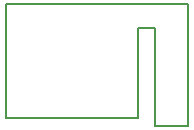
<source format=gbr>
G04 #@! TF.GenerationSoftware,KiCad,Pcbnew,(5.1.6)-1*
G04 #@! TF.CreationDate,2020-10-08T20:15:56-07:00*
G04 #@! TF.ProjectId,Flex Cable,466c6578-2043-4616-926c-652e6b696361,rev?*
G04 #@! TF.SameCoordinates,Original*
G04 #@! TF.FileFunction,Profile,NP*
%FSLAX46Y46*%
G04 Gerber Fmt 4.6, Leading zero omitted, Abs format (unit mm)*
G04 Created by KiCad (PCBNEW (5.1.6)-1) date 2020-10-08 20:15:56*
%MOMM*%
%LPD*%
G01*
G04 APERTURE LIST*
G04 #@! TA.AperFunction,Profile*
%ADD10C,0.150000*%
G04 #@! TD*
G04 APERTURE END LIST*
D10*
X129700000Y-94000000D02*
X145190000Y-94000000D01*
X129700000Y-103700000D02*
X129700000Y-94000000D01*
X142390000Y-96000000D02*
X140900000Y-96000000D01*
X142390000Y-104336000D02*
X142390000Y-96000000D01*
X140900000Y-103700000D02*
X140900000Y-96000000D01*
X145190000Y-104336000D02*
X142390000Y-104336000D01*
X145190000Y-104336000D02*
X145190000Y-94000000D01*
X129700000Y-103700000D02*
X140900000Y-103700000D01*
M02*

</source>
